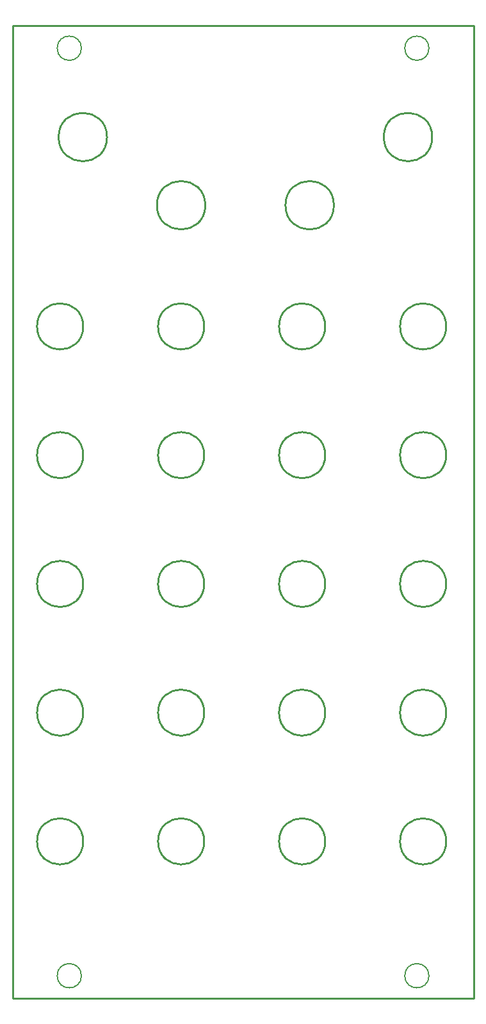
<source format=gm1>
G04 Layer_Color=16711935*
%FSLAX25Y25*%
%MOIN*%
G70*
G01*
G75*
%ADD11C,0.01000*%
%ADD12C,0.00500*%
D11*
X-190829Y-67618D02*
G03*
X-190829Y-67618I-12598J0D01*
G01*
X-21537D02*
G03*
X-21537Y-67618I-12598J0D01*
G01*
X-139648Y-103051D02*
G03*
X-139648Y-103051I-12598J0D01*
G01*
X-72719D02*
G03*
X-72719Y-103051I-12598J0D01*
G01*
X-203230Y-166043D02*
G03*
X-203230Y-166043I-12008J0D01*
G01*
Y-232972D02*
G03*
X-203230Y-232972I-12008J0D01*
G01*
Y-299902D02*
G03*
X-203230Y-299902I-12008J0D01*
G01*
Y-366831D02*
G03*
X-203230Y-366831I-12008J0D01*
G01*
Y-433760D02*
G03*
X-203230Y-433760I-12008J0D01*
G01*
X-140238Y-166043D02*
G03*
X-140238Y-166043I-12008J0D01*
G01*
Y-232972D02*
G03*
X-140238Y-232972I-12008J0D01*
G01*
Y-299902D02*
G03*
X-140238Y-299902I-12008J0D01*
G01*
Y-366831D02*
G03*
X-140238Y-366831I-12008J0D01*
G01*
Y-433760D02*
G03*
X-140238Y-433760I-12008J0D01*
G01*
X-77246Y-166043D02*
G03*
X-77246Y-166043I-12008J0D01*
G01*
Y-232972D02*
G03*
X-77246Y-232972I-12008J0D01*
G01*
Y-299902D02*
G03*
X-77246Y-299902I-12008J0D01*
G01*
Y-366831D02*
G03*
X-77246Y-366831I-12008J0D01*
G01*
Y-433760D02*
G03*
X-77246Y-433760I-12008J0D01*
G01*
X-14254Y-166043D02*
G03*
X-14254Y-166043I-12008J0D01*
G01*
Y-232972D02*
G03*
X-14254Y-232972I-12008J0D01*
G01*
Y-299902D02*
G03*
X-14254Y-299902I-12008J0D01*
G01*
Y-366831D02*
G03*
X-14254Y-366831I-12008J0D01*
G01*
Y-433760D02*
G03*
X-14254Y-433760I-12008J0D01*
G01*
X-240000Y-515512D02*
Y-9606D01*
X0Y-515512D02*
Y-9606D01*
X-240000D02*
X0D01*
X-240000Y-515512D02*
X0D01*
D12*
X-204169Y-503583D02*
G03*
X-204169Y-503583I-6299J0D01*
G01*
X-23228D02*
G03*
X-23228Y-503583I-6299J0D01*
G01*
X-204173Y-21417D02*
G03*
X-204173Y-21417I-6299J0D01*
G01*
X-23228D02*
G03*
X-23228Y-21417I-6299J0D01*
G01*
M02*

</source>
